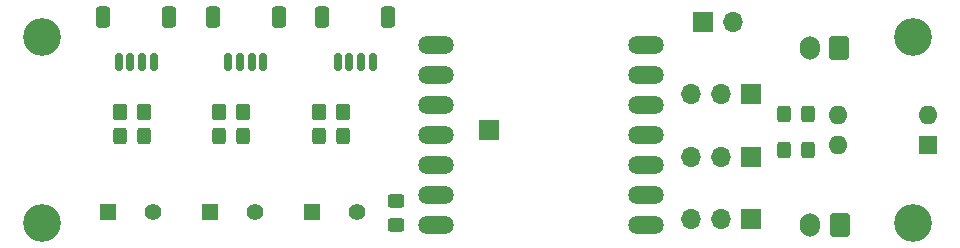
<source format=gbr>
%TF.GenerationSoftware,KiCad,Pcbnew,(6.0.6-0)*%
%TF.CreationDate,2023-07-30T17:28:14+02:00*%
%TF.ProjectId,SR23_T04_Avionics_V1-0-0,53523233-5f54-4303-945f-4176696f6e69,rev?*%
%TF.SameCoordinates,Original*%
%TF.FileFunction,Soldermask,Top*%
%TF.FilePolarity,Negative*%
%FSLAX46Y46*%
G04 Gerber Fmt 4.6, Leading zero omitted, Abs format (unit mm)*
G04 Created by KiCad (PCBNEW (6.0.6-0)) date 2023-07-30 17:28:14*
%MOMM*%
%LPD*%
G01*
G04 APERTURE LIST*
G04 Aperture macros list*
%AMRoundRect*
0 Rectangle with rounded corners*
0 $1 Rounding radius*
0 $2 $3 $4 $5 $6 $7 $8 $9 X,Y pos of 4 corners*
0 Add a 4 corners polygon primitive as box body*
4,1,4,$2,$3,$4,$5,$6,$7,$8,$9,$2,$3,0*
0 Add four circle primitives for the rounded corners*
1,1,$1+$1,$2,$3*
1,1,$1+$1,$4,$5*
1,1,$1+$1,$6,$7*
1,1,$1+$1,$8,$9*
0 Add four rect primitives between the rounded corners*
20,1,$1+$1,$2,$3,$4,$5,0*
20,1,$1+$1,$4,$5,$6,$7,0*
20,1,$1+$1,$6,$7,$8,$9,0*
20,1,$1+$1,$8,$9,$2,$3,0*%
G04 Aperture macros list end*
%ADD10RoundRect,0.800000X-0.700000X0.000000X0.700000X0.000000X0.700000X0.000000X-0.700000X0.000000X0*%
%ADD11RoundRect,0.250000X-0.325000X-0.450000X0.325000X-0.450000X0.325000X0.450000X-0.325000X0.450000X0*%
%ADD12R,1.700000X1.700000*%
%ADD13O,1.700000X1.700000*%
%ADD14R,1.400000X1.400000*%
%ADD15C,1.400000*%
%ADD16C,3.200000*%
%ADD17RoundRect,0.250000X0.325000X0.450000X-0.325000X0.450000X-0.325000X-0.450000X0.325000X-0.450000X0*%
%ADD18RoundRect,0.250000X0.600000X0.750000X-0.600000X0.750000X-0.600000X-0.750000X0.600000X-0.750000X0*%
%ADD19O,1.700000X2.000000*%
%ADD20RoundRect,0.250000X-0.350000X-0.450000X0.350000X-0.450000X0.350000X0.450000X-0.350000X0.450000X0*%
%ADD21RoundRect,0.150000X0.150000X0.625000X-0.150000X0.625000X-0.150000X-0.625000X0.150000X-0.625000X0*%
%ADD22RoundRect,0.250000X0.350000X0.650000X-0.350000X0.650000X-0.350000X-0.650000X0.350000X-0.650000X0*%
%ADD23R,1.600000X1.600000*%
%ADD24O,1.600000X1.600000*%
%ADD25RoundRect,0.250000X0.450000X-0.325000X0.450000X0.325000X-0.450000X0.325000X-0.450000X-0.325000X0*%
G04 APERTURE END LIST*
D10*
%TO.C,U4*%
X136129000Y-91805250D03*
X136129000Y-94345250D03*
X136129000Y-96885250D03*
X136129000Y-99425250D03*
X136129000Y-101965250D03*
X136129000Y-104505250D03*
X136129000Y-107045250D03*
X153909000Y-107045250D03*
X153909000Y-104505250D03*
X153909000Y-101965250D03*
X153909000Y-99425250D03*
X153909000Y-96885250D03*
X153909000Y-94345250D03*
X153909000Y-91805250D03*
%TD*%
D11*
%TO.C,D2*%
X165599000Y-100711000D03*
X167649000Y-100711000D03*
%TD*%
D12*
%TO.C,J8*%
X162799000Y-101346000D03*
D13*
X160259000Y-101346000D03*
X157719000Y-101346000D03*
%TD*%
D14*
%TO.C,J12*%
X125603000Y-105963000D03*
D15*
X129413000Y-105963000D03*
%TD*%
D16*
%TO.C,H4*%
X176530000Y-106934000D03*
%TD*%
%TO.C,H2*%
X102743000Y-106934000D03*
%TD*%
D17*
%TO.C,D5*%
X111388000Y-99568000D03*
X109338000Y-99568000D03*
%TD*%
D16*
%TO.C,H1*%
X102743000Y-91186000D03*
%TD*%
D12*
%TO.C,J6*%
X140585819Y-99060000D03*
%TD*%
D18*
%TO.C,J5*%
X170267000Y-92075000D03*
D19*
X167767000Y-92075000D03*
%TD*%
D20*
%TO.C,R12*%
X109363000Y-97536000D03*
X111363000Y-97536000D03*
%TD*%
D17*
%TO.C,D7*%
X128279000Y-99568000D03*
X126229000Y-99568000D03*
%TD*%
D12*
%TO.C,J14*%
X158745000Y-89916000D03*
D13*
X161285000Y-89916000D03*
%TD*%
D21*
%TO.C,J2*%
X121515000Y-93313000D03*
X120515000Y-93313000D03*
X119515000Y-93313000D03*
X118515000Y-93313000D03*
D22*
X117215000Y-89438000D03*
X122815000Y-89438000D03*
%TD*%
D14*
%TO.C,J11*%
X108331000Y-105963000D03*
D15*
X112141000Y-105963000D03*
%TD*%
D23*
%TO.C,SW1*%
X177790000Y-100335000D03*
D24*
X177790000Y-97795000D03*
X170170000Y-97795000D03*
X170170000Y-100335000D03*
%TD*%
D18*
%TO.C,J4*%
X170287000Y-107078000D03*
D19*
X167787000Y-107078000D03*
%TD*%
D14*
%TO.C,J10*%
X116967000Y-105963000D03*
D15*
X120777000Y-105963000D03*
%TD*%
D20*
%TO.C,R13*%
X117745000Y-97536000D03*
X119745000Y-97536000D03*
%TD*%
D12*
%TO.C,J7*%
X162814000Y-96012000D03*
D13*
X160274000Y-96012000D03*
X157734000Y-96012000D03*
%TD*%
D17*
%TO.C,D6*%
X119770000Y-99568000D03*
X117720000Y-99568000D03*
%TD*%
D25*
%TO.C,D4*%
X132715000Y-107070000D03*
X132715000Y-105020000D03*
%TD*%
D22*
%TO.C,J3*%
X132086000Y-89438000D03*
X126486000Y-89438000D03*
D21*
X127786000Y-93313000D03*
X128786000Y-93313000D03*
X129786000Y-93313000D03*
X130786000Y-93313000D03*
%TD*%
D11*
%TO.C,D3*%
X165599000Y-97663000D03*
X167649000Y-97663000D03*
%TD*%
D16*
%TO.C,H3*%
X176530000Y-91186000D03*
%TD*%
D12*
%TO.C,J9*%
X162799000Y-106553000D03*
D13*
X160259000Y-106553000D03*
X157719000Y-106553000D03*
%TD*%
D21*
%TO.C,J1*%
X112244000Y-93313000D03*
X111244000Y-93313000D03*
X110244000Y-93313000D03*
X109244000Y-93313000D03*
D22*
X113544000Y-89438000D03*
X107944000Y-89438000D03*
%TD*%
D20*
%TO.C,R14*%
X126254000Y-97536000D03*
X128254000Y-97536000D03*
%TD*%
M02*

</source>
